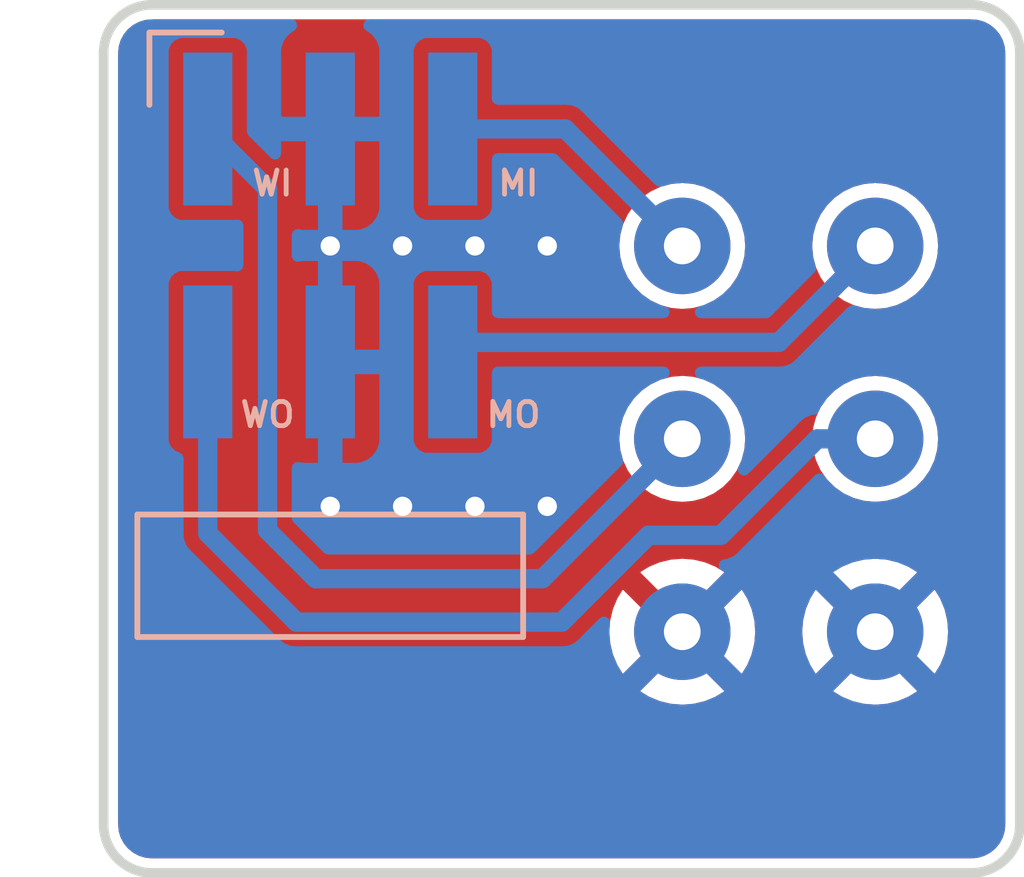
<source format=kicad_pcb>
(kicad_pcb (version 20211014) (generator pcbnew)
  (layers (0 "F.Cu" signal) (31 "B.Cu" signal) (34 "B.Paste" user) (35 "F.Paste" user) (36 "B.SilkS" user "B.Silkscreen") (37 "F.SilkS" user "F.Silkscreen") (38 "B.Mask" user) (39 "F.Mask" user) (44 "Edge.Cuts" user))
  (net 0 "")
  (net 1 "MAX_INNER")
  (net 2 "GND")
  (net 3 "WIPER_INNER")
  (net 4 "WIPER_OUTER")
  (net 5 "MAX_OUTER")
  (footprint "cycfi_library:alpha_concentric_pot" (layer "F.Cu") (at 197 61)
    (fp_text reference "RV1" hide)
    (fp_text value "OUTER")
    (pad "1" thru_hole circle (at -2 -4) (size 2 2) (drill 0.762) (layers *.Cu *.Mask) (net 1 "MAX_INNER"))
    (pad "2" thru_hole circle (at -2 0) (size 2 2) (drill 0.762) (layers *.Cu *.Mask) (net 3 "WIPER_INNER"))
    (pad "3" thru_hole circle (at -2 4) (size 2 2) (drill 0.762) (layers *.Cu *.Mask) (net 2 "GND"))
    (pad "4" thru_hole circle (at 2 -4) (size 2 2) (drill 0.762) (layers *.Cu *.Mask) (net 5 "MAX_OUTER"))
    (pad "5" thru_hole circle (at 2 0) (size 2 2) (drill 0.762) (layers *.Cu *.Mask) (net 4 "WIPER_OUTER"))
    (pad "6" thru_hole circle (at 2 4) (size 2 2) (drill 0.762) (layers *.Cu *.Mask) (net 2 "GND"))
  )
  (footprint "cycfi_library:pin_header_2x3p_2.54mm_smd_horizontal" (layer "B.Cu") (at 187.7 57 -90)
    (fp_text reference "J1" hide)
    (fp_text value "Dual Pot")
    (fp_line (start 8.1094 4) (end 8.1094 -4) (layer "B.SilkS") (width 0.12))
    (fp_line (start 8.1094 -4) (end 5.5694 -4) (layer "B.SilkS") (width 0.12))
    (fp_line (start -4.4256 3.75) (end -2.9256 3.75) (layer "B.SilkS") (width 0.12))
    (fp_line (start 5.5694 4) (end 5.5694 -4) (layer "B.SilkS") (width 0.12))
    (fp_line (start -4.4256 2.25) (end -4.4256 3.75) (layer "B.SilkS") (width 0.12))
    (fp_line (start 5.5694 4) (end 8.1094 4) (layer "B.SilkS") (width 0.12))
    (pad "1" smd rect (at -2.4256 2.54 270) (size 3.17 1.02) (layers "B.Cu" "B.Paste" "B.Mask") (net 3 "WIPER_INNER"))
    (pad "2" smd rect (at -2.4256 0 270) (size 3.17 1.02) (layers "B.Cu" "B.Paste" "B.Mask") (net 2 "GND"))
    (pad "3" smd rect (at -2.4256 -2.54 270) (size 3.17 1.02) (layers "B.Cu" "B.Paste" "B.Mask") (net 1 "MAX_INNER"))
    (pad "4" smd rect (at 2.4044 -2.54 270) (size 3.17 1.02) (layers "B.Cu" "B.Paste" "B.Mask") (net 5 "MAX_OUTER"))
    (pad "5" smd rect (at 2.4044 0 270) (size 3.17 1.02) (layers "B.Cu" "B.Paste" "B.Mask") (net 2 "GND"))
    (pad "6" smd rect (at 2.4044 2.54 270) (size 3.17 1.02) (layers "B.Cu" "B.Paste" "B.Mask") (net 4 "WIPER_OUTER"))
  )
  (gr_line (start 183 69) (end 183 53) (layer "Edge.Cuts") (width 0.2))
  (gr_arc (start 201 52) (mid 201.707107 52.292893) (end 202 53) (layer "Edge.Cuts") (width 0.2))
  (gr_arc (start 183 53) (mid 183.292893 52.292893) (end 184 52) (layer "Edge.Cuts") (width 0.2))
  (gr_line (start 184 52) (end 201 52) (layer "Edge.Cuts") (width 0.2))
  (gr_line (start 201 70) (end 184 70) (layer "Edge.Cuts") (width 0.2))
  (gr_line (start 202 53) (end 202 69) (layer "Edge.Cuts") (width 0.2))
  (gr_arc (start 184 70) (mid 183.292893 69.707107) (end 183 69) (layer "Edge.Cuts") (width 0.2))
  (gr_arc (start 202 69) (mid 201.707107 69.707107) (end 201 70) (layer "Edge.Cuts") (width 0.2))
  (gr_text "IM" (at 191.6 55.7) (layer "B.SilkS") (effects (font (size 0.5 0.5) (thickness 0.1)) (justify mirror)))
  (gr_text "OM" (at 191.5 60.5) (layer "B.SilkS") (effects (font (size 0.5 0.5) (thickness 0.1)) (justify mirror)))
  (gr_text "IW" (at 186.5 55.7) (layer "B.SilkS") (effects (font (size 0.5 0.5) (thickness 0.1)) (justify mirror)))
  (gr_text "OW" (at 186.4 60.5) (layer "B.SilkS") (effects (font (size 0.5 0.5) (thickness 0.1)) (justify mirror)))
  (segment (start 192.5744 54.5744) (end 195 57) (width 0.4) (layer "B.Cu") (net 1))
  (segment (start 190.24 54.5744) (end 192.5744 54.5744) (width 0.4) (layer "B.Cu") (net 1))
  (via (at 189.2 57) (size 0.8) (drill 0.4) (layers "F.Cu" "B.Cu") (net 2))
  (via (at 192.2 62.4) (size 0.8) (drill 0.4) (layers "F.Cu" "B.Cu") (net 2))
  (via (at 187.7 62.4) (size 0.8) (drill 0.4) (layers "F.Cu" "B.Cu") (net 2))
  (via (at 190.7 62.4) (size 0.8) (drill 0.4) (layers "F.Cu" "B.Cu") (net 2))
  (via (at 189.2 62.4) (size 0.8) (drill 0.4) (layers "F.Cu" "B.Cu") (net 2))
  (via (at 187.7 57) (size 0.8) (drill 0.4) (layers "F.Cu" "B.Cu") (net 2))
  (via (at 192.2 57) (size 0.8) (drill 0.4) (layers "F.Cu" "B.Cu") (net 2))
  (via (at 190.7 57) (size 0.8) (drill 0.4) (layers "F.Cu" "B.Cu") (net 2))
  (segment (start 187.7 59.4044) (end 187.7 62.4) (width 0.4) (layer "B.Cu") (net 2))
  (segment (start 187.7 59.4044) (end 187.7 54.5744) (width 0.4) (layer "B.Cu") (net 2))
  (segment (start 186.4 62.9) (end 187.4 63.9) (width 0.4) (layer "B.Cu") (net 3))
  (segment (start 192.1 63.9) (end 195 61) (width 0.4) (layer "B.Cu") (net 3))
  (segment (start 186.4 55.8144) (end 186.4 62.9) (width 0.4) (layer "B.Cu") (net 3))
  (segment (start 185.16 54.5744) (end 186.4 55.8144) (width 0.4) (layer "B.Cu") (net 3))
  (segment (start 187.4 63.9) (end 192.1 63.9) (width 0.4) (layer "B.Cu") (net 3))
  (segment (start 197.8 61) (end 199 61) (width 0.4) (layer "B.Cu") (net 4))
  (segment (start 192.5 64.8) (end 194.3 63) (width 0.4) (layer "B.Cu") (net 4))
  (segment (start 187 64.8) (end 192.5 64.8) (width 0.4) (layer "B.Cu") (net 4))
  (segment (start 194.3 63) (end 195.8 63) (width 0.4) (layer "B.Cu") (net 4))
  (segment (start 185.16 62.96) (end 187 64.8) (width 0.4) (layer "B.Cu") (net 4))
  (segment (start 195.8 63) (end 197.8 61) (width 0.4) (layer "B.Cu") (net 4))
  (segment (start 185.16 59.4044) (end 185.16 62.96) (width 0.4) (layer "B.Cu") (net 4))
  (segment (start 190.6444 59) (end 197 59) (width 0.4) (layer "B.Cu") (net 5))
  (segment (start 190.24 59.4044) (end 190.6444 59) (width 0.4) (layer "B.Cu") (net 5))
  (segment (start 197 59) (end 199 57) (width 0.4) (layer "B.Cu") (net 5))
  (zone (net 2) (net_name "GND") (layers F&B.Cu) (connect_pads (clearance 0.3)) (min_thickness 0.254) (fill yes (thermal_gap 0.508) (thermal_bridge_width 0.508))
    (polygon (pts (xy 202 70) (xy 183 70) (xy 183 52) (xy 202 52)))
  )
)
</source>
